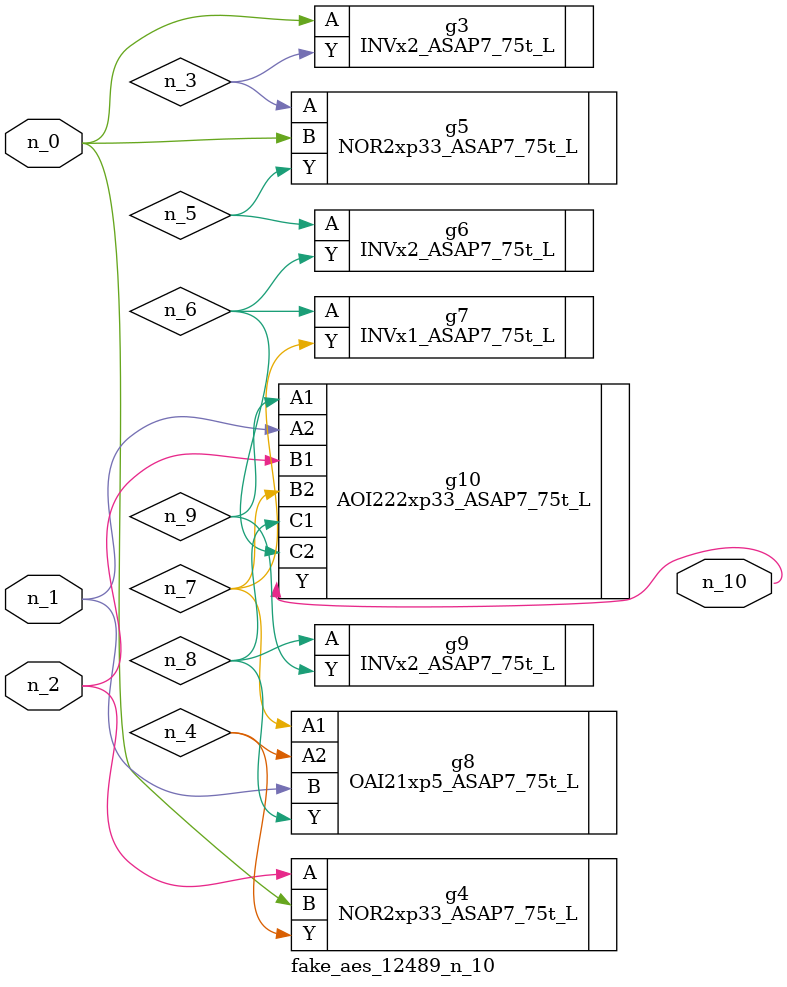
<source format=v>
module fake_aes_12489_n_10 (n_1, n_2, n_0, n_10);
input n_1;
input n_2;
input n_0;
output n_10;
wire n_6;
wire n_4;
wire n_3;
wire n_9;
wire n_5;
wire n_7;
wire n_8;
INVx2_ASAP7_75t_L g3 ( .A(n_0), .Y(n_3) );
NOR2xp33_ASAP7_75t_L g4 ( .A(n_2), .B(n_0), .Y(n_4) );
NOR2xp33_ASAP7_75t_L g5 ( .A(n_3), .B(n_0), .Y(n_5) );
INVx2_ASAP7_75t_L g6 ( .A(n_5), .Y(n_6) );
INVx1_ASAP7_75t_L g7 ( .A(n_6), .Y(n_7) );
OAI21xp5_ASAP7_75t_L g8 ( .A1(n_7), .A2(n_4), .B(n_1), .Y(n_8) );
INVx2_ASAP7_75t_L g9 ( .A(n_8), .Y(n_9) );
AOI222xp33_ASAP7_75t_L g10 ( .A1(n_9), .A2(n_1), .B1(n_2), .B2(n_7), .C1(n_8), .C2(n_6), .Y(n_10) );
endmodule
</source>
